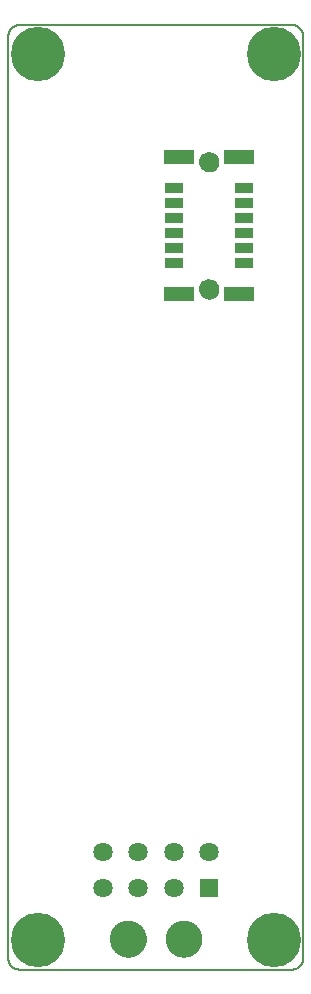
<source format=gbs>
G75*
%MOIN*%
%OFA0B0*%
%FSLAX25Y25*%
%IPPOS*%
%LPD*%
%AMOC8*
5,1,8,0,0,1.08239X$1,22.5*
%
%ADD10R,0.06306X0.03550*%
%ADD11R,0.10243X0.05124*%
%ADD12C,0.00000*%
%ADD13C,0.06699*%
%ADD14C,0.00500*%
%ADD15C,0.18117*%
%ADD16C,0.06424*%
%ADD17R,0.06424X0.06424*%
%ADD18C,0.12211*%
D10*
X0071703Y0244866D03*
X0071703Y0249866D03*
X0071703Y0254866D03*
X0071703Y0259866D03*
X0071703Y0264866D03*
X0071703Y0269866D03*
X0094931Y0269866D03*
X0094931Y0264866D03*
X0094931Y0259866D03*
X0094931Y0254866D03*
X0094931Y0249866D03*
X0094931Y0244866D03*
D11*
X0093356Y0234571D03*
X0093356Y0280240D03*
X0073278Y0280240D03*
X0073278Y0234571D03*
D12*
X0080167Y0236205D02*
X0080169Y0236317D01*
X0080175Y0236428D01*
X0080185Y0236540D01*
X0080199Y0236651D01*
X0080216Y0236761D01*
X0080238Y0236871D01*
X0080264Y0236980D01*
X0080293Y0237088D01*
X0080326Y0237194D01*
X0080363Y0237300D01*
X0080404Y0237404D01*
X0080449Y0237507D01*
X0080497Y0237608D01*
X0080548Y0237707D01*
X0080603Y0237804D01*
X0080662Y0237899D01*
X0080723Y0237993D01*
X0080788Y0238084D01*
X0080857Y0238172D01*
X0080928Y0238258D01*
X0081002Y0238342D01*
X0081080Y0238422D01*
X0081160Y0238500D01*
X0081243Y0238576D01*
X0081328Y0238648D01*
X0081416Y0238717D01*
X0081506Y0238783D01*
X0081599Y0238845D01*
X0081694Y0238905D01*
X0081791Y0238961D01*
X0081889Y0239013D01*
X0081990Y0239062D01*
X0082092Y0239107D01*
X0082196Y0239149D01*
X0082301Y0239187D01*
X0082408Y0239221D01*
X0082515Y0239251D01*
X0082624Y0239278D01*
X0082733Y0239300D01*
X0082844Y0239319D01*
X0082954Y0239334D01*
X0083066Y0239345D01*
X0083177Y0239352D01*
X0083289Y0239355D01*
X0083401Y0239354D01*
X0083513Y0239349D01*
X0083624Y0239340D01*
X0083735Y0239327D01*
X0083846Y0239310D01*
X0083956Y0239290D01*
X0084065Y0239265D01*
X0084173Y0239237D01*
X0084280Y0239204D01*
X0084386Y0239168D01*
X0084490Y0239128D01*
X0084593Y0239085D01*
X0084695Y0239038D01*
X0084794Y0238987D01*
X0084892Y0238933D01*
X0084988Y0238875D01*
X0085082Y0238814D01*
X0085173Y0238750D01*
X0085262Y0238683D01*
X0085349Y0238612D01*
X0085433Y0238538D01*
X0085515Y0238462D01*
X0085593Y0238382D01*
X0085669Y0238300D01*
X0085742Y0238215D01*
X0085812Y0238128D01*
X0085878Y0238038D01*
X0085942Y0237946D01*
X0086002Y0237852D01*
X0086059Y0237756D01*
X0086112Y0237657D01*
X0086162Y0237557D01*
X0086208Y0237456D01*
X0086251Y0237352D01*
X0086290Y0237247D01*
X0086325Y0237141D01*
X0086356Y0237034D01*
X0086384Y0236925D01*
X0086407Y0236816D01*
X0086427Y0236706D01*
X0086443Y0236595D01*
X0086455Y0236484D01*
X0086463Y0236373D01*
X0086467Y0236261D01*
X0086467Y0236149D01*
X0086463Y0236037D01*
X0086455Y0235926D01*
X0086443Y0235815D01*
X0086427Y0235704D01*
X0086407Y0235594D01*
X0086384Y0235485D01*
X0086356Y0235376D01*
X0086325Y0235269D01*
X0086290Y0235163D01*
X0086251Y0235058D01*
X0086208Y0234954D01*
X0086162Y0234853D01*
X0086112Y0234753D01*
X0086059Y0234654D01*
X0086002Y0234558D01*
X0085942Y0234464D01*
X0085878Y0234372D01*
X0085812Y0234282D01*
X0085742Y0234195D01*
X0085669Y0234110D01*
X0085593Y0234028D01*
X0085515Y0233948D01*
X0085433Y0233872D01*
X0085349Y0233798D01*
X0085262Y0233727D01*
X0085173Y0233660D01*
X0085082Y0233596D01*
X0084988Y0233535D01*
X0084892Y0233477D01*
X0084794Y0233423D01*
X0084695Y0233372D01*
X0084593Y0233325D01*
X0084490Y0233282D01*
X0084386Y0233242D01*
X0084280Y0233206D01*
X0084173Y0233173D01*
X0084065Y0233145D01*
X0083956Y0233120D01*
X0083846Y0233100D01*
X0083735Y0233083D01*
X0083624Y0233070D01*
X0083513Y0233061D01*
X0083401Y0233056D01*
X0083289Y0233055D01*
X0083177Y0233058D01*
X0083066Y0233065D01*
X0082954Y0233076D01*
X0082844Y0233091D01*
X0082733Y0233110D01*
X0082624Y0233132D01*
X0082515Y0233159D01*
X0082408Y0233189D01*
X0082301Y0233223D01*
X0082196Y0233261D01*
X0082092Y0233303D01*
X0081990Y0233348D01*
X0081889Y0233397D01*
X0081791Y0233449D01*
X0081694Y0233505D01*
X0081599Y0233565D01*
X0081506Y0233627D01*
X0081416Y0233693D01*
X0081328Y0233762D01*
X0081243Y0233834D01*
X0081160Y0233910D01*
X0081080Y0233988D01*
X0081002Y0234068D01*
X0080928Y0234152D01*
X0080857Y0234238D01*
X0080788Y0234326D01*
X0080723Y0234417D01*
X0080662Y0234511D01*
X0080603Y0234606D01*
X0080548Y0234703D01*
X0080497Y0234802D01*
X0080449Y0234903D01*
X0080404Y0235006D01*
X0080363Y0235110D01*
X0080326Y0235216D01*
X0080293Y0235322D01*
X0080264Y0235430D01*
X0080238Y0235539D01*
X0080216Y0235649D01*
X0080199Y0235759D01*
X0080185Y0235870D01*
X0080175Y0235982D01*
X0080169Y0236093D01*
X0080167Y0236205D01*
X0080169Y0236317D01*
X0080175Y0236428D01*
X0080185Y0236540D01*
X0080199Y0236651D01*
X0080216Y0236761D01*
X0080238Y0236871D01*
X0080264Y0236980D01*
X0080293Y0237088D01*
X0080326Y0237194D01*
X0080363Y0237300D01*
X0080404Y0237404D01*
X0080449Y0237507D01*
X0080497Y0237608D01*
X0080548Y0237707D01*
X0080603Y0237804D01*
X0080662Y0237899D01*
X0080723Y0237993D01*
X0080788Y0238084D01*
X0080857Y0238172D01*
X0080928Y0238258D01*
X0081002Y0238342D01*
X0081080Y0238422D01*
X0081160Y0238500D01*
X0081243Y0238576D01*
X0081328Y0238648D01*
X0081416Y0238717D01*
X0081506Y0238783D01*
X0081599Y0238845D01*
X0081694Y0238905D01*
X0081791Y0238961D01*
X0081889Y0239013D01*
X0081990Y0239062D01*
X0082092Y0239107D01*
X0082196Y0239149D01*
X0082301Y0239187D01*
X0082408Y0239221D01*
X0082515Y0239251D01*
X0082624Y0239278D01*
X0082733Y0239300D01*
X0082844Y0239319D01*
X0082954Y0239334D01*
X0083066Y0239345D01*
X0083177Y0239352D01*
X0083289Y0239355D01*
X0083401Y0239354D01*
X0083513Y0239349D01*
X0083624Y0239340D01*
X0083735Y0239327D01*
X0083846Y0239310D01*
X0083956Y0239290D01*
X0084065Y0239265D01*
X0084173Y0239237D01*
X0084280Y0239204D01*
X0084386Y0239168D01*
X0084490Y0239128D01*
X0084593Y0239085D01*
X0084695Y0239038D01*
X0084794Y0238987D01*
X0084892Y0238933D01*
X0084988Y0238875D01*
X0085082Y0238814D01*
X0085173Y0238750D01*
X0085262Y0238683D01*
X0085349Y0238612D01*
X0085433Y0238538D01*
X0085515Y0238462D01*
X0085593Y0238382D01*
X0085669Y0238300D01*
X0085742Y0238215D01*
X0085812Y0238128D01*
X0085878Y0238038D01*
X0085942Y0237946D01*
X0086002Y0237852D01*
X0086059Y0237756D01*
X0086112Y0237657D01*
X0086162Y0237557D01*
X0086208Y0237456D01*
X0086251Y0237352D01*
X0086290Y0237247D01*
X0086325Y0237141D01*
X0086356Y0237034D01*
X0086384Y0236925D01*
X0086407Y0236816D01*
X0086427Y0236706D01*
X0086443Y0236595D01*
X0086455Y0236484D01*
X0086463Y0236373D01*
X0086467Y0236261D01*
X0086467Y0236149D01*
X0086463Y0236037D01*
X0086455Y0235926D01*
X0086443Y0235815D01*
X0086427Y0235704D01*
X0086407Y0235594D01*
X0086384Y0235485D01*
X0086356Y0235376D01*
X0086325Y0235269D01*
X0086290Y0235163D01*
X0086251Y0235058D01*
X0086208Y0234954D01*
X0086162Y0234853D01*
X0086112Y0234753D01*
X0086059Y0234654D01*
X0086002Y0234558D01*
X0085942Y0234464D01*
X0085878Y0234372D01*
X0085812Y0234282D01*
X0085742Y0234195D01*
X0085669Y0234110D01*
X0085593Y0234028D01*
X0085515Y0233948D01*
X0085433Y0233872D01*
X0085349Y0233798D01*
X0085262Y0233727D01*
X0085173Y0233660D01*
X0085082Y0233596D01*
X0084988Y0233535D01*
X0084892Y0233477D01*
X0084794Y0233423D01*
X0084695Y0233372D01*
X0084593Y0233325D01*
X0084490Y0233282D01*
X0084386Y0233242D01*
X0084280Y0233206D01*
X0084173Y0233173D01*
X0084065Y0233145D01*
X0083956Y0233120D01*
X0083846Y0233100D01*
X0083735Y0233083D01*
X0083624Y0233070D01*
X0083513Y0233061D01*
X0083401Y0233056D01*
X0083289Y0233055D01*
X0083177Y0233058D01*
X0083066Y0233065D01*
X0082954Y0233076D01*
X0082844Y0233091D01*
X0082733Y0233110D01*
X0082624Y0233132D01*
X0082515Y0233159D01*
X0082408Y0233189D01*
X0082301Y0233223D01*
X0082196Y0233261D01*
X0082092Y0233303D01*
X0081990Y0233348D01*
X0081889Y0233397D01*
X0081791Y0233449D01*
X0081694Y0233505D01*
X0081599Y0233565D01*
X0081506Y0233627D01*
X0081416Y0233693D01*
X0081328Y0233762D01*
X0081243Y0233834D01*
X0081160Y0233910D01*
X0081080Y0233988D01*
X0081002Y0234068D01*
X0080928Y0234152D01*
X0080857Y0234238D01*
X0080788Y0234326D01*
X0080723Y0234417D01*
X0080662Y0234511D01*
X0080603Y0234606D01*
X0080548Y0234703D01*
X0080497Y0234802D01*
X0080449Y0234903D01*
X0080404Y0235006D01*
X0080363Y0235110D01*
X0080326Y0235216D01*
X0080293Y0235322D01*
X0080264Y0235430D01*
X0080238Y0235539D01*
X0080216Y0235649D01*
X0080199Y0235759D01*
X0080185Y0235870D01*
X0080175Y0235982D01*
X0080169Y0236093D01*
X0080167Y0236205D01*
X0080167Y0278606D02*
X0080169Y0278718D01*
X0080175Y0278829D01*
X0080185Y0278941D01*
X0080199Y0279052D01*
X0080216Y0279162D01*
X0080238Y0279272D01*
X0080264Y0279381D01*
X0080293Y0279489D01*
X0080326Y0279595D01*
X0080363Y0279701D01*
X0080404Y0279805D01*
X0080449Y0279908D01*
X0080497Y0280009D01*
X0080548Y0280108D01*
X0080603Y0280205D01*
X0080662Y0280300D01*
X0080723Y0280394D01*
X0080788Y0280485D01*
X0080857Y0280573D01*
X0080928Y0280659D01*
X0081002Y0280743D01*
X0081080Y0280823D01*
X0081160Y0280901D01*
X0081243Y0280977D01*
X0081328Y0281049D01*
X0081416Y0281118D01*
X0081506Y0281184D01*
X0081599Y0281246D01*
X0081694Y0281306D01*
X0081791Y0281362D01*
X0081889Y0281414D01*
X0081990Y0281463D01*
X0082092Y0281508D01*
X0082196Y0281550D01*
X0082301Y0281588D01*
X0082408Y0281622D01*
X0082515Y0281652D01*
X0082624Y0281679D01*
X0082733Y0281701D01*
X0082844Y0281720D01*
X0082954Y0281735D01*
X0083066Y0281746D01*
X0083177Y0281753D01*
X0083289Y0281756D01*
X0083401Y0281755D01*
X0083513Y0281750D01*
X0083624Y0281741D01*
X0083735Y0281728D01*
X0083846Y0281711D01*
X0083956Y0281691D01*
X0084065Y0281666D01*
X0084173Y0281638D01*
X0084280Y0281605D01*
X0084386Y0281569D01*
X0084490Y0281529D01*
X0084593Y0281486D01*
X0084695Y0281439D01*
X0084794Y0281388D01*
X0084892Y0281334D01*
X0084988Y0281276D01*
X0085082Y0281215D01*
X0085173Y0281151D01*
X0085262Y0281084D01*
X0085349Y0281013D01*
X0085433Y0280939D01*
X0085515Y0280863D01*
X0085593Y0280783D01*
X0085669Y0280701D01*
X0085742Y0280616D01*
X0085812Y0280529D01*
X0085878Y0280439D01*
X0085942Y0280347D01*
X0086002Y0280253D01*
X0086059Y0280157D01*
X0086112Y0280058D01*
X0086162Y0279958D01*
X0086208Y0279857D01*
X0086251Y0279753D01*
X0086290Y0279648D01*
X0086325Y0279542D01*
X0086356Y0279435D01*
X0086384Y0279326D01*
X0086407Y0279217D01*
X0086427Y0279107D01*
X0086443Y0278996D01*
X0086455Y0278885D01*
X0086463Y0278774D01*
X0086467Y0278662D01*
X0086467Y0278550D01*
X0086463Y0278438D01*
X0086455Y0278327D01*
X0086443Y0278216D01*
X0086427Y0278105D01*
X0086407Y0277995D01*
X0086384Y0277886D01*
X0086356Y0277777D01*
X0086325Y0277670D01*
X0086290Y0277564D01*
X0086251Y0277459D01*
X0086208Y0277355D01*
X0086162Y0277254D01*
X0086112Y0277154D01*
X0086059Y0277055D01*
X0086002Y0276959D01*
X0085942Y0276865D01*
X0085878Y0276773D01*
X0085812Y0276683D01*
X0085742Y0276596D01*
X0085669Y0276511D01*
X0085593Y0276429D01*
X0085515Y0276349D01*
X0085433Y0276273D01*
X0085349Y0276199D01*
X0085262Y0276128D01*
X0085173Y0276061D01*
X0085082Y0275997D01*
X0084988Y0275936D01*
X0084892Y0275878D01*
X0084794Y0275824D01*
X0084695Y0275773D01*
X0084593Y0275726D01*
X0084490Y0275683D01*
X0084386Y0275643D01*
X0084280Y0275607D01*
X0084173Y0275574D01*
X0084065Y0275546D01*
X0083956Y0275521D01*
X0083846Y0275501D01*
X0083735Y0275484D01*
X0083624Y0275471D01*
X0083513Y0275462D01*
X0083401Y0275457D01*
X0083289Y0275456D01*
X0083177Y0275459D01*
X0083066Y0275466D01*
X0082954Y0275477D01*
X0082844Y0275492D01*
X0082733Y0275511D01*
X0082624Y0275533D01*
X0082515Y0275560D01*
X0082408Y0275590D01*
X0082301Y0275624D01*
X0082196Y0275662D01*
X0082092Y0275704D01*
X0081990Y0275749D01*
X0081889Y0275798D01*
X0081791Y0275850D01*
X0081694Y0275906D01*
X0081599Y0275966D01*
X0081506Y0276028D01*
X0081416Y0276094D01*
X0081328Y0276163D01*
X0081243Y0276235D01*
X0081160Y0276311D01*
X0081080Y0276389D01*
X0081002Y0276469D01*
X0080928Y0276553D01*
X0080857Y0276639D01*
X0080788Y0276727D01*
X0080723Y0276818D01*
X0080662Y0276912D01*
X0080603Y0277007D01*
X0080548Y0277104D01*
X0080497Y0277203D01*
X0080449Y0277304D01*
X0080404Y0277407D01*
X0080363Y0277511D01*
X0080326Y0277617D01*
X0080293Y0277723D01*
X0080264Y0277831D01*
X0080238Y0277940D01*
X0080216Y0278050D01*
X0080199Y0278160D01*
X0080185Y0278271D01*
X0080175Y0278383D01*
X0080169Y0278494D01*
X0080167Y0278606D01*
X0080169Y0278718D01*
X0080175Y0278829D01*
X0080185Y0278941D01*
X0080199Y0279052D01*
X0080216Y0279162D01*
X0080238Y0279272D01*
X0080264Y0279381D01*
X0080293Y0279489D01*
X0080326Y0279595D01*
X0080363Y0279701D01*
X0080404Y0279805D01*
X0080449Y0279908D01*
X0080497Y0280009D01*
X0080548Y0280108D01*
X0080603Y0280205D01*
X0080662Y0280300D01*
X0080723Y0280394D01*
X0080788Y0280485D01*
X0080857Y0280573D01*
X0080928Y0280659D01*
X0081002Y0280743D01*
X0081080Y0280823D01*
X0081160Y0280901D01*
X0081243Y0280977D01*
X0081328Y0281049D01*
X0081416Y0281118D01*
X0081506Y0281184D01*
X0081599Y0281246D01*
X0081694Y0281306D01*
X0081791Y0281362D01*
X0081889Y0281414D01*
X0081990Y0281463D01*
X0082092Y0281508D01*
X0082196Y0281550D01*
X0082301Y0281588D01*
X0082408Y0281622D01*
X0082515Y0281652D01*
X0082624Y0281679D01*
X0082733Y0281701D01*
X0082844Y0281720D01*
X0082954Y0281735D01*
X0083066Y0281746D01*
X0083177Y0281753D01*
X0083289Y0281756D01*
X0083401Y0281755D01*
X0083513Y0281750D01*
X0083624Y0281741D01*
X0083735Y0281728D01*
X0083846Y0281711D01*
X0083956Y0281691D01*
X0084065Y0281666D01*
X0084173Y0281638D01*
X0084280Y0281605D01*
X0084386Y0281569D01*
X0084490Y0281529D01*
X0084593Y0281486D01*
X0084695Y0281439D01*
X0084794Y0281388D01*
X0084892Y0281334D01*
X0084988Y0281276D01*
X0085082Y0281215D01*
X0085173Y0281151D01*
X0085262Y0281084D01*
X0085349Y0281013D01*
X0085433Y0280939D01*
X0085515Y0280863D01*
X0085593Y0280783D01*
X0085669Y0280701D01*
X0085742Y0280616D01*
X0085812Y0280529D01*
X0085878Y0280439D01*
X0085942Y0280347D01*
X0086002Y0280253D01*
X0086059Y0280157D01*
X0086112Y0280058D01*
X0086162Y0279958D01*
X0086208Y0279857D01*
X0086251Y0279753D01*
X0086290Y0279648D01*
X0086325Y0279542D01*
X0086356Y0279435D01*
X0086384Y0279326D01*
X0086407Y0279217D01*
X0086427Y0279107D01*
X0086443Y0278996D01*
X0086455Y0278885D01*
X0086463Y0278774D01*
X0086467Y0278662D01*
X0086467Y0278550D01*
X0086463Y0278438D01*
X0086455Y0278327D01*
X0086443Y0278216D01*
X0086427Y0278105D01*
X0086407Y0277995D01*
X0086384Y0277886D01*
X0086356Y0277777D01*
X0086325Y0277670D01*
X0086290Y0277564D01*
X0086251Y0277459D01*
X0086208Y0277355D01*
X0086162Y0277254D01*
X0086112Y0277154D01*
X0086059Y0277055D01*
X0086002Y0276959D01*
X0085942Y0276865D01*
X0085878Y0276773D01*
X0085812Y0276683D01*
X0085742Y0276596D01*
X0085669Y0276511D01*
X0085593Y0276429D01*
X0085515Y0276349D01*
X0085433Y0276273D01*
X0085349Y0276199D01*
X0085262Y0276128D01*
X0085173Y0276061D01*
X0085082Y0275997D01*
X0084988Y0275936D01*
X0084892Y0275878D01*
X0084794Y0275824D01*
X0084695Y0275773D01*
X0084593Y0275726D01*
X0084490Y0275683D01*
X0084386Y0275643D01*
X0084280Y0275607D01*
X0084173Y0275574D01*
X0084065Y0275546D01*
X0083956Y0275521D01*
X0083846Y0275501D01*
X0083735Y0275484D01*
X0083624Y0275471D01*
X0083513Y0275462D01*
X0083401Y0275457D01*
X0083289Y0275456D01*
X0083177Y0275459D01*
X0083066Y0275466D01*
X0082954Y0275477D01*
X0082844Y0275492D01*
X0082733Y0275511D01*
X0082624Y0275533D01*
X0082515Y0275560D01*
X0082408Y0275590D01*
X0082301Y0275624D01*
X0082196Y0275662D01*
X0082092Y0275704D01*
X0081990Y0275749D01*
X0081889Y0275798D01*
X0081791Y0275850D01*
X0081694Y0275906D01*
X0081599Y0275966D01*
X0081506Y0276028D01*
X0081416Y0276094D01*
X0081328Y0276163D01*
X0081243Y0276235D01*
X0081160Y0276311D01*
X0081080Y0276389D01*
X0081002Y0276469D01*
X0080928Y0276553D01*
X0080857Y0276639D01*
X0080788Y0276727D01*
X0080723Y0276818D01*
X0080662Y0276912D01*
X0080603Y0277007D01*
X0080548Y0277104D01*
X0080497Y0277203D01*
X0080449Y0277304D01*
X0080404Y0277407D01*
X0080363Y0277511D01*
X0080326Y0277617D01*
X0080293Y0277723D01*
X0080264Y0277831D01*
X0080238Y0277940D01*
X0080216Y0278050D01*
X0080199Y0278160D01*
X0080185Y0278271D01*
X0080175Y0278383D01*
X0080169Y0278494D01*
X0080167Y0278606D01*
X0068946Y0019610D02*
X0068948Y0019763D01*
X0068954Y0019917D01*
X0068964Y0020070D01*
X0068978Y0020222D01*
X0068996Y0020375D01*
X0069018Y0020526D01*
X0069043Y0020677D01*
X0069073Y0020828D01*
X0069107Y0020978D01*
X0069144Y0021126D01*
X0069185Y0021274D01*
X0069230Y0021420D01*
X0069279Y0021566D01*
X0069332Y0021710D01*
X0069388Y0021852D01*
X0069448Y0021993D01*
X0069512Y0022133D01*
X0069579Y0022271D01*
X0069650Y0022407D01*
X0069725Y0022541D01*
X0069802Y0022673D01*
X0069884Y0022803D01*
X0069968Y0022931D01*
X0070056Y0023057D01*
X0070147Y0023180D01*
X0070241Y0023301D01*
X0070339Y0023419D01*
X0070439Y0023535D01*
X0070543Y0023648D01*
X0070649Y0023759D01*
X0070758Y0023867D01*
X0070870Y0023972D01*
X0070984Y0024073D01*
X0071102Y0024172D01*
X0071221Y0024268D01*
X0071343Y0024361D01*
X0071468Y0024450D01*
X0071595Y0024537D01*
X0071724Y0024619D01*
X0071855Y0024699D01*
X0071988Y0024775D01*
X0072123Y0024848D01*
X0072260Y0024917D01*
X0072399Y0024982D01*
X0072539Y0025044D01*
X0072681Y0025102D01*
X0072824Y0025157D01*
X0072969Y0025208D01*
X0073115Y0025255D01*
X0073262Y0025298D01*
X0073410Y0025337D01*
X0073559Y0025373D01*
X0073709Y0025404D01*
X0073860Y0025432D01*
X0074011Y0025456D01*
X0074164Y0025476D01*
X0074316Y0025492D01*
X0074469Y0025504D01*
X0074622Y0025512D01*
X0074775Y0025516D01*
X0074929Y0025516D01*
X0075082Y0025512D01*
X0075235Y0025504D01*
X0075388Y0025492D01*
X0075540Y0025476D01*
X0075693Y0025456D01*
X0075844Y0025432D01*
X0075995Y0025404D01*
X0076145Y0025373D01*
X0076294Y0025337D01*
X0076442Y0025298D01*
X0076589Y0025255D01*
X0076735Y0025208D01*
X0076880Y0025157D01*
X0077023Y0025102D01*
X0077165Y0025044D01*
X0077305Y0024982D01*
X0077444Y0024917D01*
X0077581Y0024848D01*
X0077716Y0024775D01*
X0077849Y0024699D01*
X0077980Y0024619D01*
X0078109Y0024537D01*
X0078236Y0024450D01*
X0078361Y0024361D01*
X0078483Y0024268D01*
X0078602Y0024172D01*
X0078720Y0024073D01*
X0078834Y0023972D01*
X0078946Y0023867D01*
X0079055Y0023759D01*
X0079161Y0023648D01*
X0079265Y0023535D01*
X0079365Y0023419D01*
X0079463Y0023301D01*
X0079557Y0023180D01*
X0079648Y0023057D01*
X0079736Y0022931D01*
X0079820Y0022803D01*
X0079902Y0022673D01*
X0079979Y0022541D01*
X0080054Y0022407D01*
X0080125Y0022271D01*
X0080192Y0022133D01*
X0080256Y0021993D01*
X0080316Y0021852D01*
X0080372Y0021710D01*
X0080425Y0021566D01*
X0080474Y0021420D01*
X0080519Y0021274D01*
X0080560Y0021126D01*
X0080597Y0020978D01*
X0080631Y0020828D01*
X0080661Y0020677D01*
X0080686Y0020526D01*
X0080708Y0020375D01*
X0080726Y0020222D01*
X0080740Y0020070D01*
X0080750Y0019917D01*
X0080756Y0019763D01*
X0080758Y0019610D01*
X0080756Y0019457D01*
X0080750Y0019303D01*
X0080740Y0019150D01*
X0080726Y0018998D01*
X0080708Y0018845D01*
X0080686Y0018694D01*
X0080661Y0018543D01*
X0080631Y0018392D01*
X0080597Y0018242D01*
X0080560Y0018094D01*
X0080519Y0017946D01*
X0080474Y0017800D01*
X0080425Y0017654D01*
X0080372Y0017510D01*
X0080316Y0017368D01*
X0080256Y0017227D01*
X0080192Y0017087D01*
X0080125Y0016949D01*
X0080054Y0016813D01*
X0079979Y0016679D01*
X0079902Y0016547D01*
X0079820Y0016417D01*
X0079736Y0016289D01*
X0079648Y0016163D01*
X0079557Y0016040D01*
X0079463Y0015919D01*
X0079365Y0015801D01*
X0079265Y0015685D01*
X0079161Y0015572D01*
X0079055Y0015461D01*
X0078946Y0015353D01*
X0078834Y0015248D01*
X0078720Y0015147D01*
X0078602Y0015048D01*
X0078483Y0014952D01*
X0078361Y0014859D01*
X0078236Y0014770D01*
X0078109Y0014683D01*
X0077980Y0014601D01*
X0077849Y0014521D01*
X0077716Y0014445D01*
X0077581Y0014372D01*
X0077444Y0014303D01*
X0077305Y0014238D01*
X0077165Y0014176D01*
X0077023Y0014118D01*
X0076880Y0014063D01*
X0076735Y0014012D01*
X0076589Y0013965D01*
X0076442Y0013922D01*
X0076294Y0013883D01*
X0076145Y0013847D01*
X0075995Y0013816D01*
X0075844Y0013788D01*
X0075693Y0013764D01*
X0075540Y0013744D01*
X0075388Y0013728D01*
X0075235Y0013716D01*
X0075082Y0013708D01*
X0074929Y0013704D01*
X0074775Y0013704D01*
X0074622Y0013708D01*
X0074469Y0013716D01*
X0074316Y0013728D01*
X0074164Y0013744D01*
X0074011Y0013764D01*
X0073860Y0013788D01*
X0073709Y0013816D01*
X0073559Y0013847D01*
X0073410Y0013883D01*
X0073262Y0013922D01*
X0073115Y0013965D01*
X0072969Y0014012D01*
X0072824Y0014063D01*
X0072681Y0014118D01*
X0072539Y0014176D01*
X0072399Y0014238D01*
X0072260Y0014303D01*
X0072123Y0014372D01*
X0071988Y0014445D01*
X0071855Y0014521D01*
X0071724Y0014601D01*
X0071595Y0014683D01*
X0071468Y0014770D01*
X0071343Y0014859D01*
X0071221Y0014952D01*
X0071102Y0015048D01*
X0070984Y0015147D01*
X0070870Y0015248D01*
X0070758Y0015353D01*
X0070649Y0015461D01*
X0070543Y0015572D01*
X0070439Y0015685D01*
X0070339Y0015801D01*
X0070241Y0015919D01*
X0070147Y0016040D01*
X0070056Y0016163D01*
X0069968Y0016289D01*
X0069884Y0016417D01*
X0069802Y0016547D01*
X0069725Y0016679D01*
X0069650Y0016813D01*
X0069579Y0016949D01*
X0069512Y0017087D01*
X0069448Y0017227D01*
X0069388Y0017368D01*
X0069332Y0017510D01*
X0069279Y0017654D01*
X0069230Y0017800D01*
X0069185Y0017946D01*
X0069144Y0018094D01*
X0069107Y0018242D01*
X0069073Y0018392D01*
X0069043Y0018543D01*
X0069018Y0018694D01*
X0068996Y0018845D01*
X0068978Y0018998D01*
X0068964Y0019150D01*
X0068954Y0019303D01*
X0068948Y0019457D01*
X0068946Y0019610D01*
X0050443Y0019610D02*
X0050445Y0019763D01*
X0050451Y0019917D01*
X0050461Y0020070D01*
X0050475Y0020222D01*
X0050493Y0020375D01*
X0050515Y0020526D01*
X0050540Y0020677D01*
X0050570Y0020828D01*
X0050604Y0020978D01*
X0050641Y0021126D01*
X0050682Y0021274D01*
X0050727Y0021420D01*
X0050776Y0021566D01*
X0050829Y0021710D01*
X0050885Y0021852D01*
X0050945Y0021993D01*
X0051009Y0022133D01*
X0051076Y0022271D01*
X0051147Y0022407D01*
X0051222Y0022541D01*
X0051299Y0022673D01*
X0051381Y0022803D01*
X0051465Y0022931D01*
X0051553Y0023057D01*
X0051644Y0023180D01*
X0051738Y0023301D01*
X0051836Y0023419D01*
X0051936Y0023535D01*
X0052040Y0023648D01*
X0052146Y0023759D01*
X0052255Y0023867D01*
X0052367Y0023972D01*
X0052481Y0024073D01*
X0052599Y0024172D01*
X0052718Y0024268D01*
X0052840Y0024361D01*
X0052965Y0024450D01*
X0053092Y0024537D01*
X0053221Y0024619D01*
X0053352Y0024699D01*
X0053485Y0024775D01*
X0053620Y0024848D01*
X0053757Y0024917D01*
X0053896Y0024982D01*
X0054036Y0025044D01*
X0054178Y0025102D01*
X0054321Y0025157D01*
X0054466Y0025208D01*
X0054612Y0025255D01*
X0054759Y0025298D01*
X0054907Y0025337D01*
X0055056Y0025373D01*
X0055206Y0025404D01*
X0055357Y0025432D01*
X0055508Y0025456D01*
X0055661Y0025476D01*
X0055813Y0025492D01*
X0055966Y0025504D01*
X0056119Y0025512D01*
X0056272Y0025516D01*
X0056426Y0025516D01*
X0056579Y0025512D01*
X0056732Y0025504D01*
X0056885Y0025492D01*
X0057037Y0025476D01*
X0057190Y0025456D01*
X0057341Y0025432D01*
X0057492Y0025404D01*
X0057642Y0025373D01*
X0057791Y0025337D01*
X0057939Y0025298D01*
X0058086Y0025255D01*
X0058232Y0025208D01*
X0058377Y0025157D01*
X0058520Y0025102D01*
X0058662Y0025044D01*
X0058802Y0024982D01*
X0058941Y0024917D01*
X0059078Y0024848D01*
X0059213Y0024775D01*
X0059346Y0024699D01*
X0059477Y0024619D01*
X0059606Y0024537D01*
X0059733Y0024450D01*
X0059858Y0024361D01*
X0059980Y0024268D01*
X0060099Y0024172D01*
X0060217Y0024073D01*
X0060331Y0023972D01*
X0060443Y0023867D01*
X0060552Y0023759D01*
X0060658Y0023648D01*
X0060762Y0023535D01*
X0060862Y0023419D01*
X0060960Y0023301D01*
X0061054Y0023180D01*
X0061145Y0023057D01*
X0061233Y0022931D01*
X0061317Y0022803D01*
X0061399Y0022673D01*
X0061476Y0022541D01*
X0061551Y0022407D01*
X0061622Y0022271D01*
X0061689Y0022133D01*
X0061753Y0021993D01*
X0061813Y0021852D01*
X0061869Y0021710D01*
X0061922Y0021566D01*
X0061971Y0021420D01*
X0062016Y0021274D01*
X0062057Y0021126D01*
X0062094Y0020978D01*
X0062128Y0020828D01*
X0062158Y0020677D01*
X0062183Y0020526D01*
X0062205Y0020375D01*
X0062223Y0020222D01*
X0062237Y0020070D01*
X0062247Y0019917D01*
X0062253Y0019763D01*
X0062255Y0019610D01*
X0062253Y0019457D01*
X0062247Y0019303D01*
X0062237Y0019150D01*
X0062223Y0018998D01*
X0062205Y0018845D01*
X0062183Y0018694D01*
X0062158Y0018543D01*
X0062128Y0018392D01*
X0062094Y0018242D01*
X0062057Y0018094D01*
X0062016Y0017946D01*
X0061971Y0017800D01*
X0061922Y0017654D01*
X0061869Y0017510D01*
X0061813Y0017368D01*
X0061753Y0017227D01*
X0061689Y0017087D01*
X0061622Y0016949D01*
X0061551Y0016813D01*
X0061476Y0016679D01*
X0061399Y0016547D01*
X0061317Y0016417D01*
X0061233Y0016289D01*
X0061145Y0016163D01*
X0061054Y0016040D01*
X0060960Y0015919D01*
X0060862Y0015801D01*
X0060762Y0015685D01*
X0060658Y0015572D01*
X0060552Y0015461D01*
X0060443Y0015353D01*
X0060331Y0015248D01*
X0060217Y0015147D01*
X0060099Y0015048D01*
X0059980Y0014952D01*
X0059858Y0014859D01*
X0059733Y0014770D01*
X0059606Y0014683D01*
X0059477Y0014601D01*
X0059346Y0014521D01*
X0059213Y0014445D01*
X0059078Y0014372D01*
X0058941Y0014303D01*
X0058802Y0014238D01*
X0058662Y0014176D01*
X0058520Y0014118D01*
X0058377Y0014063D01*
X0058232Y0014012D01*
X0058086Y0013965D01*
X0057939Y0013922D01*
X0057791Y0013883D01*
X0057642Y0013847D01*
X0057492Y0013816D01*
X0057341Y0013788D01*
X0057190Y0013764D01*
X0057037Y0013744D01*
X0056885Y0013728D01*
X0056732Y0013716D01*
X0056579Y0013708D01*
X0056426Y0013704D01*
X0056272Y0013704D01*
X0056119Y0013708D01*
X0055966Y0013716D01*
X0055813Y0013728D01*
X0055661Y0013744D01*
X0055508Y0013764D01*
X0055357Y0013788D01*
X0055206Y0013816D01*
X0055056Y0013847D01*
X0054907Y0013883D01*
X0054759Y0013922D01*
X0054612Y0013965D01*
X0054466Y0014012D01*
X0054321Y0014063D01*
X0054178Y0014118D01*
X0054036Y0014176D01*
X0053896Y0014238D01*
X0053757Y0014303D01*
X0053620Y0014372D01*
X0053485Y0014445D01*
X0053352Y0014521D01*
X0053221Y0014601D01*
X0053092Y0014683D01*
X0052965Y0014770D01*
X0052840Y0014859D01*
X0052718Y0014952D01*
X0052599Y0015048D01*
X0052481Y0015147D01*
X0052367Y0015248D01*
X0052255Y0015353D01*
X0052146Y0015461D01*
X0052040Y0015572D01*
X0051936Y0015685D01*
X0051836Y0015801D01*
X0051738Y0015919D01*
X0051644Y0016040D01*
X0051553Y0016163D01*
X0051465Y0016289D01*
X0051381Y0016417D01*
X0051299Y0016547D01*
X0051222Y0016679D01*
X0051147Y0016813D01*
X0051076Y0016949D01*
X0051009Y0017087D01*
X0050945Y0017227D01*
X0050885Y0017368D01*
X0050829Y0017510D01*
X0050776Y0017654D01*
X0050727Y0017800D01*
X0050682Y0017946D01*
X0050641Y0018094D01*
X0050604Y0018242D01*
X0050570Y0018392D01*
X0050540Y0018543D01*
X0050515Y0018694D01*
X0050493Y0018845D01*
X0050475Y0018998D01*
X0050461Y0019150D01*
X0050451Y0019303D01*
X0050445Y0019457D01*
X0050443Y0019610D01*
D13*
X0083317Y0236205D03*
X0083317Y0236205D03*
X0083317Y0278606D03*
X0083317Y0278606D03*
D14*
X0016388Y0320398D02*
X0016388Y0013311D01*
X0016390Y0013187D01*
X0016396Y0013064D01*
X0016405Y0012940D01*
X0016419Y0012818D01*
X0016436Y0012695D01*
X0016458Y0012573D01*
X0016483Y0012452D01*
X0016512Y0012332D01*
X0016544Y0012213D01*
X0016581Y0012094D01*
X0016621Y0011977D01*
X0016664Y0011862D01*
X0016712Y0011747D01*
X0016763Y0011635D01*
X0016817Y0011524D01*
X0016875Y0011414D01*
X0016936Y0011307D01*
X0017001Y0011201D01*
X0017069Y0011098D01*
X0017140Y0010997D01*
X0017214Y0010898D01*
X0017291Y0010801D01*
X0017372Y0010707D01*
X0017455Y0010616D01*
X0017541Y0010527D01*
X0017630Y0010441D01*
X0017721Y0010358D01*
X0017815Y0010277D01*
X0017912Y0010200D01*
X0018011Y0010126D01*
X0018112Y0010055D01*
X0018215Y0009987D01*
X0018321Y0009922D01*
X0018428Y0009861D01*
X0018538Y0009803D01*
X0018649Y0009749D01*
X0018761Y0009698D01*
X0018876Y0009650D01*
X0018991Y0009607D01*
X0019108Y0009567D01*
X0019227Y0009530D01*
X0019346Y0009498D01*
X0019466Y0009469D01*
X0019587Y0009444D01*
X0019709Y0009422D01*
X0019832Y0009405D01*
X0019954Y0009391D01*
X0020078Y0009382D01*
X0020201Y0009376D01*
X0020325Y0009374D01*
X0110876Y0009374D01*
X0111000Y0009376D01*
X0111123Y0009382D01*
X0111247Y0009391D01*
X0111369Y0009405D01*
X0111492Y0009422D01*
X0111614Y0009444D01*
X0111735Y0009469D01*
X0111855Y0009498D01*
X0111974Y0009530D01*
X0112093Y0009567D01*
X0112210Y0009607D01*
X0112325Y0009650D01*
X0112440Y0009698D01*
X0112552Y0009749D01*
X0112663Y0009803D01*
X0112773Y0009861D01*
X0112880Y0009922D01*
X0112986Y0009987D01*
X0113089Y0010055D01*
X0113190Y0010126D01*
X0113289Y0010200D01*
X0113386Y0010277D01*
X0113480Y0010358D01*
X0113571Y0010441D01*
X0113660Y0010527D01*
X0113746Y0010616D01*
X0113829Y0010707D01*
X0113910Y0010801D01*
X0113987Y0010898D01*
X0114061Y0010997D01*
X0114132Y0011098D01*
X0114200Y0011201D01*
X0114265Y0011307D01*
X0114326Y0011414D01*
X0114384Y0011524D01*
X0114438Y0011635D01*
X0114489Y0011747D01*
X0114537Y0011862D01*
X0114580Y0011977D01*
X0114620Y0012094D01*
X0114657Y0012213D01*
X0114689Y0012332D01*
X0114718Y0012452D01*
X0114743Y0012573D01*
X0114765Y0012695D01*
X0114782Y0012818D01*
X0114796Y0012940D01*
X0114805Y0013064D01*
X0114811Y0013187D01*
X0114813Y0013311D01*
X0114813Y0320398D01*
X0114811Y0320522D01*
X0114805Y0320645D01*
X0114796Y0320769D01*
X0114782Y0320891D01*
X0114765Y0321014D01*
X0114743Y0321136D01*
X0114718Y0321257D01*
X0114689Y0321377D01*
X0114657Y0321496D01*
X0114620Y0321615D01*
X0114580Y0321732D01*
X0114537Y0321847D01*
X0114489Y0321962D01*
X0114438Y0322074D01*
X0114384Y0322185D01*
X0114326Y0322295D01*
X0114265Y0322402D01*
X0114200Y0322508D01*
X0114132Y0322611D01*
X0114061Y0322712D01*
X0113987Y0322811D01*
X0113910Y0322908D01*
X0113829Y0323002D01*
X0113746Y0323093D01*
X0113660Y0323182D01*
X0113571Y0323268D01*
X0113480Y0323351D01*
X0113386Y0323432D01*
X0113289Y0323509D01*
X0113190Y0323583D01*
X0113089Y0323654D01*
X0112986Y0323722D01*
X0112880Y0323787D01*
X0112773Y0323848D01*
X0112663Y0323906D01*
X0112552Y0323960D01*
X0112440Y0324011D01*
X0112325Y0324059D01*
X0112210Y0324102D01*
X0112093Y0324142D01*
X0111974Y0324179D01*
X0111855Y0324211D01*
X0111735Y0324240D01*
X0111614Y0324265D01*
X0111492Y0324287D01*
X0111369Y0324304D01*
X0111247Y0324318D01*
X0111123Y0324327D01*
X0111000Y0324333D01*
X0110876Y0324335D01*
X0020325Y0324335D01*
X0020201Y0324333D01*
X0020078Y0324327D01*
X0019954Y0324318D01*
X0019832Y0324304D01*
X0019709Y0324287D01*
X0019587Y0324265D01*
X0019466Y0324240D01*
X0019346Y0324211D01*
X0019227Y0324179D01*
X0019108Y0324142D01*
X0018991Y0324102D01*
X0018876Y0324059D01*
X0018761Y0324011D01*
X0018649Y0323960D01*
X0018538Y0323906D01*
X0018428Y0323848D01*
X0018321Y0323787D01*
X0018215Y0323722D01*
X0018112Y0323654D01*
X0018011Y0323583D01*
X0017912Y0323509D01*
X0017815Y0323432D01*
X0017721Y0323351D01*
X0017630Y0323268D01*
X0017541Y0323182D01*
X0017455Y0323093D01*
X0017372Y0323002D01*
X0017291Y0322908D01*
X0017214Y0322811D01*
X0017140Y0322712D01*
X0017069Y0322611D01*
X0017001Y0322508D01*
X0016936Y0322402D01*
X0016875Y0322295D01*
X0016817Y0322185D01*
X0016763Y0322074D01*
X0016712Y0321962D01*
X0016664Y0321847D01*
X0016621Y0321732D01*
X0016581Y0321615D01*
X0016544Y0321496D01*
X0016512Y0321377D01*
X0016483Y0321257D01*
X0016458Y0321136D01*
X0016436Y0321014D01*
X0016419Y0320891D01*
X0016405Y0320769D01*
X0016396Y0320645D01*
X0016390Y0320522D01*
X0016388Y0320398D01*
D15*
X0026230Y0314492D03*
X0104971Y0314492D03*
X0104971Y0019217D03*
X0026230Y0019217D03*
D16*
X0047884Y0036618D03*
X0047884Y0048429D03*
X0059695Y0048429D03*
X0059695Y0036618D03*
X0071506Y0036618D03*
X0071506Y0048429D03*
X0083317Y0048429D03*
D17*
X0083317Y0036618D03*
D18*
X0074852Y0019610D03*
X0056349Y0019610D03*
M02*

</source>
